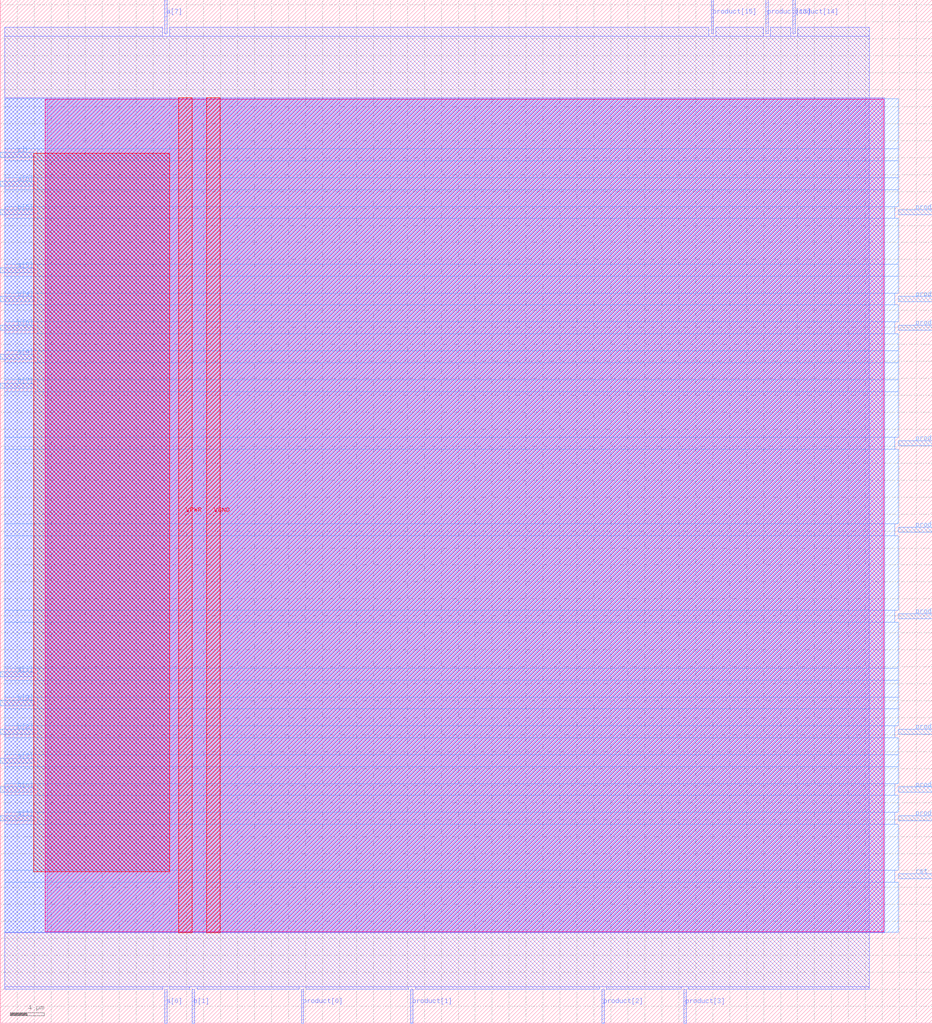
<source format=lef>
VERSION 5.7 ;
  NOWIREEXTENSIONATPIN ON ;
  DIVIDERCHAR "/" ;
  BUSBITCHARS "[]" ;
MACRO mult
  CLASS BLOCK ;
  FOREIGN mult ;
  ORIGIN 0.000 0.000 ;
  SIZE 109.880 BY 120.600 ;
  PIN VGND
    DIRECTION INOUT ;
    USE GROUND ;
    PORT
      LAYER met4 ;
        RECT 24.340 10.640 25.940 109.040 ;
    END
  END VGND
  PIN VPWR
    DIRECTION INOUT ;
    USE POWER ;
    PORT
      LAYER met4 ;
        RECT 21.040 10.640 22.640 109.040 ;
    END
  END VPWR
  PIN a[0]
    DIRECTION INPUT ;
    USE SIGNAL ;
    ANTENNAGATEAREA 0.196500 ;
    PORT
      LAYER met2 ;
        RECT 19.410 0.000 19.690 4.000 ;
    END
  END a[0]
  PIN a[1]
    DIRECTION INPUT ;
    USE SIGNAL ;
    ANTENNAGATEAREA 0.196500 ;
    PORT
      LAYER met3 ;
        RECT 0.000 23.840 4.000 24.440 ;
    END
  END a[1]
  PIN a[2]
    DIRECTION INPUT ;
    USE SIGNAL ;
    ANTENNAGATEAREA 0.196500 ;
    PORT
      LAYER met3 ;
        RECT 0.000 30.640 4.000 31.240 ;
    END
  END a[2]
  PIN a[3]
    DIRECTION INPUT ;
    USE SIGNAL ;
    ANTENNAGATEAREA 0.196500 ;
    PORT
      LAYER met3 ;
        RECT 0.000 40.840 4.000 41.440 ;
    END
  END a[3]
  PIN a[4]
    DIRECTION INPUT ;
    USE SIGNAL ;
    ANTENNAGATEAREA 0.196500 ;
    PORT
      LAYER met3 ;
        RECT 0.000 78.240 4.000 78.840 ;
    END
  END a[4]
  PIN a[5]
    DIRECTION INPUT ;
    USE SIGNAL ;
    ANTENNAGATEAREA 0.196500 ;
    PORT
      LAYER met3 ;
        RECT 0.000 88.440 4.000 89.040 ;
    END
  END a[5]
  PIN a[6]
    DIRECTION INPUT ;
    USE SIGNAL ;
    ANTENNAGATEAREA 0.196500 ;
    PORT
      LAYER met3 ;
        RECT 0.000 98.640 4.000 99.240 ;
    END
  END a[6]
  PIN a[7]
    DIRECTION INPUT ;
    USE SIGNAL ;
    ANTENNAGATEAREA 0.196500 ;
    PORT
      LAYER met2 ;
        RECT 19.410 116.600 19.690 120.600 ;
    END
  END a[7]
  PIN b[0]
    DIRECTION INPUT ;
    USE SIGNAL ;
    ANTENNAGATEAREA 0.196500 ;
    PORT
      LAYER met3 ;
        RECT 0.000 27.240 4.000 27.840 ;
    END
  END b[0]
  PIN b[1]
    DIRECTION INPUT ;
    USE SIGNAL ;
    ANTENNAGATEAREA 0.196500 ;
    PORT
      LAYER met2 ;
        RECT 22.630 0.000 22.910 4.000 ;
    END
  END b[1]
  PIN b[2]
    DIRECTION INPUT ;
    USE SIGNAL ;
    ANTENNAGATEAREA 0.196500 ;
    PORT
      LAYER met3 ;
        RECT 0.000 34.040 4.000 34.640 ;
    END
  END b[2]
  PIN b[3]
    DIRECTION INPUT ;
    USE SIGNAL ;
    ANTENNAGATEAREA 0.196500 ;
    PORT
      LAYER met3 ;
        RECT 0.000 37.440 4.000 38.040 ;
    END
  END b[3]
  PIN b[4]
    DIRECTION INPUT ;
    USE SIGNAL ;
    ANTENNAGATEAREA 0.196500 ;
    PORT
      LAYER met3 ;
        RECT 0.000 85.040 4.000 85.640 ;
    END
  END b[4]
  PIN b[5]
    DIRECTION INPUT ;
    USE SIGNAL ;
    ANTENNAGATEAREA 0.196500 ;
    PORT
      LAYER met3 ;
        RECT 0.000 95.240 4.000 95.840 ;
    END
  END b[5]
  PIN b[6]
    DIRECTION INPUT ;
    USE SIGNAL ;
    ANTENNAGATEAREA 0.196500 ;
    PORT
      LAYER met3 ;
        RECT 0.000 81.640 4.000 82.240 ;
    END
  END b[6]
  PIN b[7]
    DIRECTION INPUT ;
    USE SIGNAL ;
    ANTENNAGATEAREA 0.196500 ;
    PORT
      LAYER met3 ;
        RECT 0.000 74.840 4.000 75.440 ;
    END
  END b[7]
  PIN clk
    DIRECTION INPUT ;
    USE SIGNAL ;
    ANTENNAGATEAREA 0.852000 ;
    PORT
      LAYER met3 ;
        RECT 0.000 102.040 4.000 102.640 ;
    END
  END clk
  PIN product[0]
    DIRECTION OUTPUT ;
    USE SIGNAL ;
    ANTENNADIFFAREA 0.445500 ;
    PORT
      LAYER met2 ;
        RECT 35.510 0.000 35.790 4.000 ;
    END
  END product[0]
  PIN product[10]
    DIRECTION OUTPUT ;
    USE SIGNAL ;
    ANTENNADIFFAREA 0.445500 ;
    PORT
      LAYER met3 ;
        RECT 105.880 81.640 109.880 82.240 ;
    END
  END product[10]
  PIN product[11]
    DIRECTION OUTPUT ;
    USE SIGNAL ;
    ANTENNADIFFAREA 0.445500 ;
    PORT
      LAYER met3 ;
        RECT 105.880 85.040 109.880 85.640 ;
    END
  END product[11]
  PIN product[12]
    DIRECTION OUTPUT ;
    USE SIGNAL ;
    ANTENNADIFFAREA 0.445500 ;
    PORT
      LAYER met3 ;
        RECT 105.880 95.240 109.880 95.840 ;
    END
  END product[12]
  PIN product[13]
    DIRECTION OUTPUT ;
    USE SIGNAL ;
    ANTENNADIFFAREA 0.445500 ;
    PORT
      LAYER met2 ;
        RECT 90.250 116.600 90.530 120.600 ;
    END
  END product[13]
  PIN product[14]
    DIRECTION OUTPUT ;
    USE SIGNAL ;
    ANTENNADIFFAREA 0.445500 ;
    PORT
      LAYER met2 ;
        RECT 93.470 116.600 93.750 120.600 ;
    END
  END product[14]
  PIN product[15]
    DIRECTION OUTPUT ;
    USE SIGNAL ;
    ANTENNADIFFAREA 0.445500 ;
    PORT
      LAYER met2 ;
        RECT 83.810 116.600 84.090 120.600 ;
    END
  END product[15]
  PIN product[1]
    DIRECTION OUTPUT ;
    USE SIGNAL ;
    ANTENNADIFFAREA 0.445500 ;
    PORT
      LAYER met2 ;
        RECT 48.390 0.000 48.670 4.000 ;
    END
  END product[1]
  PIN product[2]
    DIRECTION OUTPUT ;
    USE SIGNAL ;
    ANTENNADIFFAREA 0.445500 ;
    PORT
      LAYER met2 ;
        RECT 70.930 0.000 71.210 4.000 ;
    END
  END product[2]
  PIN product[3]
    DIRECTION OUTPUT ;
    USE SIGNAL ;
    ANTENNADIFFAREA 0.445500 ;
    PORT
      LAYER met2 ;
        RECT 80.590 0.000 80.870 4.000 ;
    END
  END product[3]
  PIN product[4]
    DIRECTION OUTPUT ;
    USE SIGNAL ;
    ANTENNADIFFAREA 0.445500 ;
    PORT
      LAYER met3 ;
        RECT 105.880 23.840 109.880 24.440 ;
    END
  END product[4]
  PIN product[5]
    DIRECTION OUTPUT ;
    USE SIGNAL ;
    ANTENNADIFFAREA 0.445500 ;
    PORT
      LAYER met3 ;
        RECT 105.880 27.240 109.880 27.840 ;
    END
  END product[5]
  PIN product[6]
    DIRECTION OUTPUT ;
    USE SIGNAL ;
    ANTENNADIFFAREA 0.445500 ;
    PORT
      LAYER met3 ;
        RECT 105.880 34.040 109.880 34.640 ;
    END
  END product[6]
  PIN product[7]
    DIRECTION OUTPUT ;
    USE SIGNAL ;
    ANTENNADIFFAREA 0.445500 ;
    PORT
      LAYER met3 ;
        RECT 105.880 47.640 109.880 48.240 ;
    END
  END product[7]
  PIN product[8]
    DIRECTION OUTPUT ;
    USE SIGNAL ;
    ANTENNADIFFAREA 0.445500 ;
    PORT
      LAYER met3 ;
        RECT 105.880 57.840 109.880 58.440 ;
    END
  END product[8]
  PIN product[9]
    DIRECTION OUTPUT ;
    USE SIGNAL ;
    ANTENNADIFFAREA 0.445500 ;
    PORT
      LAYER met3 ;
        RECT 105.880 68.040 109.880 68.640 ;
    END
  END product[9]
  PIN rst
    DIRECTION INPUT ;
    USE SIGNAL ;
    ANTENNAGATEAREA 0.213000 ;
    PORT
      LAYER met3 ;
        RECT 105.880 17.040 109.880 17.640 ;
    END
  END rst
  OBS
      LAYER nwell ;
        RECT 5.330 10.795 104.150 108.885 ;
      LAYER li1 ;
        RECT 5.520 10.795 103.960 108.885 ;
      LAYER met1 ;
        RECT 0.530 10.640 104.260 109.040 ;
      LAYER met2 ;
        RECT 0.550 116.320 19.130 117.370 ;
        RECT 19.970 116.320 83.530 117.370 ;
        RECT 84.370 116.320 89.970 117.370 ;
        RECT 90.810 116.320 93.190 117.370 ;
        RECT 94.030 116.320 102.480 117.370 ;
        RECT 0.550 4.280 102.480 116.320 ;
        RECT 0.550 4.000 19.130 4.280 ;
        RECT 19.970 4.000 22.350 4.280 ;
        RECT 23.190 4.000 35.230 4.280 ;
        RECT 36.070 4.000 48.110 4.280 ;
        RECT 48.950 4.000 70.650 4.280 ;
        RECT 71.490 4.000 80.310 4.280 ;
        RECT 81.150 4.000 102.480 4.280 ;
      LAYER met3 ;
        RECT 0.525 103.040 105.880 108.965 ;
        RECT 4.400 101.640 105.880 103.040 ;
        RECT 0.525 99.640 105.880 101.640 ;
        RECT 4.400 98.240 105.880 99.640 ;
        RECT 0.525 96.240 105.880 98.240 ;
        RECT 4.400 94.840 105.480 96.240 ;
        RECT 0.525 89.440 105.880 94.840 ;
        RECT 4.400 88.040 105.880 89.440 ;
        RECT 0.525 86.040 105.880 88.040 ;
        RECT 4.400 84.640 105.480 86.040 ;
        RECT 0.525 82.640 105.880 84.640 ;
        RECT 4.400 81.240 105.480 82.640 ;
        RECT 0.525 79.240 105.880 81.240 ;
        RECT 4.400 77.840 105.880 79.240 ;
        RECT 0.525 75.840 105.880 77.840 ;
        RECT 4.400 74.440 105.880 75.840 ;
        RECT 0.525 69.040 105.880 74.440 ;
        RECT 0.525 67.640 105.480 69.040 ;
        RECT 0.525 58.840 105.880 67.640 ;
        RECT 0.525 57.440 105.480 58.840 ;
        RECT 0.525 48.640 105.880 57.440 ;
        RECT 0.525 47.240 105.480 48.640 ;
        RECT 0.525 41.840 105.880 47.240 ;
        RECT 4.400 40.440 105.880 41.840 ;
        RECT 0.525 38.440 105.880 40.440 ;
        RECT 4.400 37.040 105.880 38.440 ;
        RECT 0.525 35.040 105.880 37.040 ;
        RECT 4.400 33.640 105.480 35.040 ;
        RECT 0.525 31.640 105.880 33.640 ;
        RECT 4.400 30.240 105.880 31.640 ;
        RECT 0.525 28.240 105.880 30.240 ;
        RECT 4.400 26.840 105.480 28.240 ;
        RECT 0.525 24.840 105.880 26.840 ;
        RECT 4.400 23.440 105.480 24.840 ;
        RECT 0.525 18.040 105.880 23.440 ;
        RECT 0.525 16.640 105.480 18.040 ;
        RECT 0.525 10.715 105.880 16.640 ;
      LAYER met4 ;
        RECT 3.975 17.855 19.945 102.505 ;
  END
END mult
END LIBRARY


</source>
